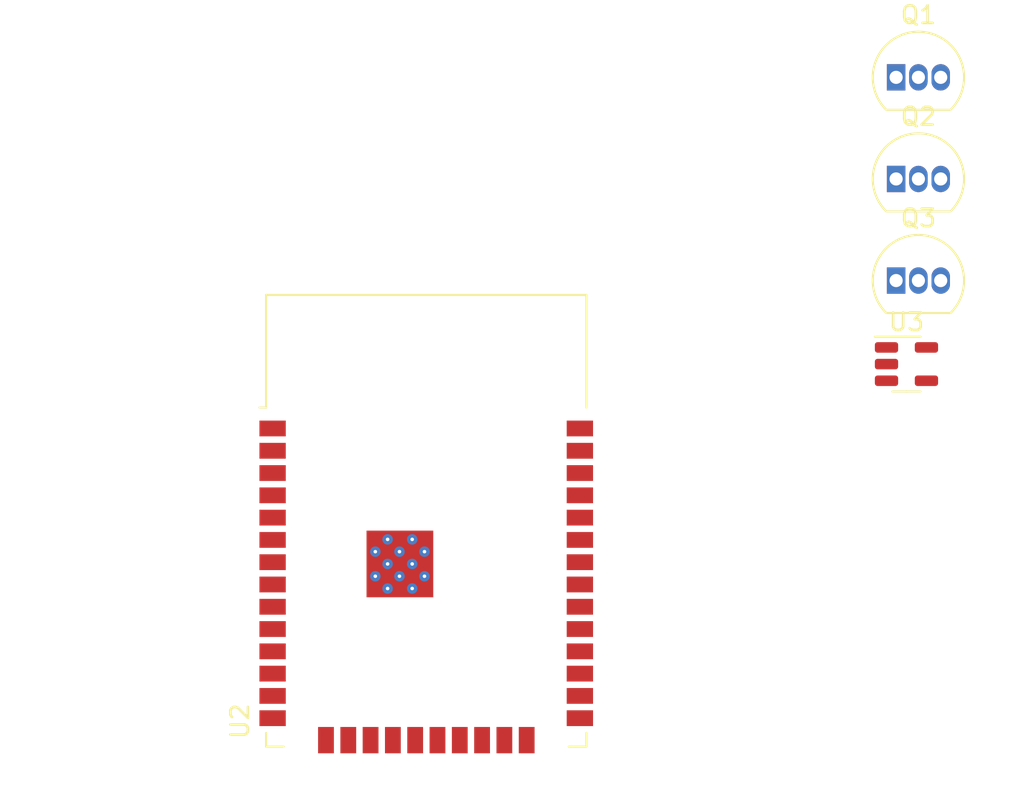
<source format=kicad_pcb>
(kicad_pcb (version 20221018) (generator pcbnew)
  (layers (0 "F.Cu" signal) (31 "B.Cu" signal) (34 "B.Paste" user) (35 "F.Paste" user) (36 "B.SilkS" user "B.Silkscreen") (37 "F.SilkS" user "F.Silkscreen") (38 "B.Mask" user) (39 "F.Mask" user) (44 "Edge.Cuts" user))
  (net 0 "")
  (net 1 "Net-(Q1-C)")
  (net 2 "Net-(Q1-B)")
  (net 3 "Net-(Q1-E)")
  (net 4 "Net-(Q2-C)")
  (net 5 "Net-(Q2-B)")
  (net 6 "Net-(Q2-E)")
  (net 7 "+BATT")
  (net 8 "Net-(Q3-B)")
  (net 9 "Net-(Q3-E)")
  (net 10 "-BATT")
  (net 14 "Net-(U2-IO34)")
  (net 16 "Net-(U2-IO25)")
  (net 43 "Net-(D1-A)")
  (footprint "RF_Module:ESP32-WROOM-32D" (layer "F.Cu") (at 136.03 90.8)
    (fp_text reference "U2" (at -10.61 8.43 90) (layer "F.SilkS"))
    (fp_text value "ESP32-WROOM-32D")
    (fp_line (start -9.12 -15.86) (end -9.12 -9.445) (stroke (width 0.12)) (layer "F.SilkS"))
    (fp_line (start -9.12 -15.86) (end 9.12 -15.86) (stroke (width 0.12)) (layer "F.SilkS"))
    (fp_line (start -9.12 -9.445) (end -9.5 -9.445) (stroke (width 0.12)) (layer "F.SilkS"))
    (fp_line (start -9.12 9.1) (end -9.12 9.88) (stroke (width 0.12)) (layer "F.SilkS"))
    (fp_line (start -9.12 9.88) (end -8.12 9.88) (stroke (width 0.12)) (layer "F.SilkS"))
    (fp_line (start 9.12 -15.86) (end 9.12 -9.445) (stroke (width 0.12)) (layer "F.SilkS"))
    (fp_line (start 9.12 9.1) (end 9.12 9.88) (stroke (width 0.12)) (layer "F.SilkS"))
    (fp_line (start 9.12 9.88) (end 8.12 9.88) (stroke (width 0.12)) (layer "F.SilkS"))
    (pad "1" smd rect (at -8.75 -8.25) (size 1.5 0.9) (layers "F.Cu" "F.Paste" "F.Mask") (net 10 "-BATT"))
    (pad "2" smd rect (at -8.75 -6.98) (size 1.5 0.9) (layers "F.Cu" "F.Paste" "F.Mask") (net 4 "Net-(Q2-C)"))
    (pad "3" smd rect (at -8.75 -5.71) (size 1.5 0.9) (layers "F.Cu" "F.Paste" "F.Mask"))
    (pad "4" smd rect (at -8.75 -4.44) (size 1.5 0.9) (layers "F.Cu" "F.Paste" "F.Mask"))
    (pad "5" smd rect (at -8.75 -3.17) (size 1.5 0.9) (layers "F.Cu" "F.Paste" "F.Mask"))
    (pad "6" smd rect (at -8.75 -1.9) (size 1.5 0.9) (layers "F.Cu" "F.Paste" "F.Mask") (net 14 "Net-(U2-IO34)"))
    (pad "7" smd rect (at -8.75 -0.63) (size 1.5 0.9) (layers "F.Cu" "F.Paste" "F.Mask") (net 2 "Net-(Q1-B)"))
    (pad "8" smd rect (at -8.75 0.64) (size 1.5 0.9) (layers "F.Cu" "F.Paste" "F.Mask"))
    (pad "9" smd rect (at -8.75 1.91) (size 1.5 0.9) (layers "F.Cu" "F.Paste" "F.Mask") (net 6 "Net-(Q2-E)"))
    (pad "10" smd rect (at -8.75 3.18) (size 1.5 0.9) (layers "F.Cu" "F.Paste" "F.Mask") (net 16 "Net-(U2-IO25)"))
    (pad "11" smd rect (at -8.75 4.45) (size 1.5 0.9) (layers "F.Cu" "F.Paste" "F.Mask"))
    (pad "12" smd rect (at -8.75 5.72) (size 1.5 0.9) (layers "F.Cu" "F.Paste" "F.Mask"))
    (pad "13" smd rect (at -8.75 6.99) (size 1.5 0.9) (layers "F.Cu" "F.Paste" "F.Mask"))
    (pad "14" smd rect (at -8.75 8.26) (size 1.5 0.9) (layers "F.Cu" "F.Paste" "F.Mask"))
    (pad "15" smd rect (at -5.71 9.51 90) (size 1.5 0.9) (layers "F.Cu" "F.Paste" "F.Mask") (net 10 "-BATT"))
    (pad "16" smd rect (at -4.44 9.51 90) (size 1.5 0.9) (layers "F.Cu" "F.Paste" "F.Mask"))
    (pad "17" smd rect (at -3.17 9.51 90) (size 1.5 0.9) (layers "F.Cu" "F.Paste" "F.Mask"))
    (pad "18" smd rect (at -1.9 9.51 90) (size 1.5 0.9) (layers "F.Cu" "F.Paste" "F.Mask"))
    (pad "19" smd rect (at -0.63 9.51 90) (size 1.5 0.9) (layers "F.Cu" "F.Paste" "F.Mask"))
    (pad "20" smd rect (at 0.64 9.51 90) (size 1.5 0.9) (layers "F.Cu" "F.Paste" "F.Mask"))
    (pad "21" smd rect (at 1.91 9.51 90) (size 1.5 0.9) (layers "F.Cu" "F.Paste" "F.Mask"))
    (pad "22" smd rect (at 3.18 9.51 90) (size 1.5 0.9) (layers "F.Cu" "F.Paste" "F.Mask"))
    (pad "23" smd rect (at 4.45 9.51 90) (size 1.5 0.9) (layers "F.Cu" "F.Paste" "F.Mask"))
    (pad "24" smd rect (at 5.72 9.51 90) (size 1.5 0.9) (layers "F.Cu" "F.Paste" "F.Mask"))
    (pad "25" smd rect (at 8.75 8.26) (size 1.5 0.9) (layers "F.Cu" "F.Paste" "F.Mask"))
    (pad "26" smd rect (at 8.75 6.99) (size 1.5 0.9) (layers "F.Cu" "F.Paste" "F.Mask"))
    (pad "27" smd rect (at 8.75 5.72) (size 1.5 0.9) (layers "F.Cu" "F.Paste" "F.Mask"))
    (pad "28" smd rect (at 8.75 4.45) (size 1.5 0.9) (layers "F.Cu" "F.Paste" "F.Mask"))
    (pad "29" smd rect (at 8.75 3.18) (size 1.5 0.9) (layers "F.Cu" "F.Paste" "F.Mask"))
    (pad "30" smd rect (at 8.75 1.91) (size 1.5 0.9) (layers "F.Cu" "F.Paste" "F.Mask"))
    (pad "31" smd rect (at 8.75 0.64) (size 1.5 0.9) (layers "F.Cu" "F.Paste" "F.Mask"))
    (pad "32" smd rect (at 8.75 -0.63) (size 1.5 0.9) (layers "F.Cu" "F.Paste" "F.Mask"))
    (pad "33" smd rect (at 8.75 -1.9) (size 1.5 0.9) (layers "F.Cu" "F.Paste" "F.Mask"))
    (pad "34" smd rect (at 8.75 -3.17) (size 1.5 0.9) (layers "F.Cu" "F.Paste" "F.Mask"))
    (pad "35" smd rect (at 8.75 -4.44) (size 1.5 0.9) (layers "F.Cu" "F.Paste" "F.Mask"))
    (pad "36" smd rect (at 8.75 -5.71) (size 1.5 0.9) (layers "F.Cu" "F.Paste" "F.Mask"))
    (pad "37" smd rect (at 8.75 -6.98) (size 1.5 0.9) (layers "F.Cu" "F.Paste" "F.Mask"))
    (pad "38" smd rect (at 8.75 -8.25) (size 1.5 0.9) (layers "F.Cu" "F.Paste" "F.Mask") (net 10 "-BATT"))
    (pad "39" smd rect (at -2.9 -1.93) (size 0.9 0.9) (layers "F.Cu" "F.Paste") (net 10 "-BATT"))
    (pad "39" thru_hole circle (at -2.9 -1.23) (size 0.6 0.6) (drill 0.2) (property pad_prop_heatsink) (layers "*.Cu" "F.Mask") (net 10 "-BATT"))
    (pad "39" smd rect (at -2.9 -0.53) (size 0.9 0.9) (layers "F.Cu" "F.Paste") (net 10 "-BATT"))
    (pad "39" thru_hole circle (at -2.9 0.17) (size 0.6 0.6) (drill 0.2) (property pad_prop_heatsink) (layers "*.Cu" "F.Mask") (net 10 "-BATT"))
    (pad "39" smd rect (at -2.9 0.87) (size 0.9 0.9) (layers "F.Cu" "F.Paste") (net 10 "-BATT"))
    (pad "39" thru_hole circle (at -2.2 -1.93) (size 0.6 0.6) (drill 0.2) (property pad_prop_heatsink) (layers "*.Cu" "F.Mask") (net 10 "-BATT"))
    (pad "39" thru_hole circle (at -2.2 -0.53) (size 0.6 0.6) (drill 0.2) (property pad_prop_heatsink) (layers "*.Cu" "F.Mask") (net 10 "-BATT"))
    (pad "39" thru_hole circle (at -2.2 0.87) (size 0.6 0.6) (drill 0.2) (property pad_prop_heatsink) (layers "*.Cu" "F.Mask") (net 10 "-BATT"))
    (pad "39" thru_hole circle (at -1.525 -1.23) (size 0.6 0.6) (drill 0.2) (property pad_prop_heatsink) (layers "*.Cu" "F.Mask") (net 10 "-BATT"))
    (pad "39" thru_hole circle (at -1.525 0.17) (size 0.6 0.6) (drill 0.2) (property pad_prop_heatsink) (layers "*.Cu" "F.Mask") (net 10 "-BATT"))
    (pad "39" smd rect (at -1.5 -1.93) (size 0.9 0.9) (layers "F.Cu" "F.Paste") (net 10 "-BATT"))
    (pad "39" smd rect (at -1.5 -0.53) (size 0.9 0.9) (layers "F.Cu" "F.Paste") (net 10 "-BATT"))
    (pad "39" smd rect (at -1.5 -0.53) (size 3.8 3.8) (layers "F.Cu" "F.Mask") (net 10 "-BATT"))
    (pad "39" smd rect (at -1.5 0.87) (size 0.9 0.9) (layers "F.Cu" "F.Paste") (net 10 "-BATT"))
    (pad "39" thru_hole circle (at -0.8 -1.93) (size 0.6 0.6) (drill 0.2) (property pad_prop_heatsink) (layers "*.Cu" "F.Mask") (net 10 "-BATT"))
    (pad "39" thru_hole circle (at -0.8 -0.53) (size 0.6 0.6) (drill 0.2) (property pad_prop_heatsink) (layers "*.Cu" "F.Mask") (net 10 "-BATT"))
    (pad "39" thru_hole circle (at -0.8 0.87) (size 0.6 0.6) (drill 0.2) (property pad_prop_heatsink) (layers "*.Cu" "F.Mask") (net 10 "-BATT"))
    (pad "39" smd rect (at -0.1 -1.93) (size 0.9 0.9) (layers "F.Cu" "F.Paste") (net 10 "-BATT"))
    (pad "39" thru_hole circle (at -0.1 -1.23) (size 0.6 0.6) (drill 0.2) (property pad_prop_heatsink) (layers "*.Cu" "F.Mask") (net 10 "-BATT"))
    (pad "39" smd rect (at -0.1 -0.53) (size 0.9 0.9) (layers "F.Cu" "F.Paste") (net 10 "-BATT"))
    (pad "39" thru_hole circle (at -0.1 0.17) (size 0.6 0.6) (drill 0.2) (property pad_prop_heatsink) (layers "*.Cu" "F.Mask") (net 10 "-BATT"))
    (pad "39" smd rect (at -0.1 0.87) (size 0.9 0.9) (layers "F.Cu" "F.Paste") (net 10 "-BATT"))
  )
  (footprint "Package_TO_SOT_SMD:SOT-23-5" (layer "F.Cu") (at 163.38 78.88)
    (fp_text reference "U3" (at 0 -2.4) (layer "F.SilkS"))
    (fp_text value "MCP73831-2-OT")
    (fp_line (start 0 -1.56) (end -1.8 -1.56) (stroke (width 0.12)) (layer "F.SilkS"))
    (fp_line (start 0 -1.56) (end 0.8 -1.56) (stroke (width 0.12)) (layer "F.SilkS"))
    (fp_line (start 0 1.56) (end -0.8 1.56) (stroke (width 0.12)) (layer "F.SilkS"))
    (fp_line (start 0 1.56) (end 0.8 1.56) (stroke (width 0.12)) (layer "F.SilkS"))
    (pad "1" smd roundrect (at -1.1375 -0.95) (size 1.325 0.6) (layers "F.Cu" "F.Paste" "F.Mask") (net 43 "Net-(D1-A)"))
    (pad "2" smd roundrect (at -1.1375 0) (size 1.325 0.6) (layers "F.Cu" "F.Paste" "F.Mask") (net 10 "-BATT"))
    (pad "3" smd roundrect (at -1.1375 0.95) (size 1.325 0.6) (layers "F.Cu" "F.Paste" "F.Mask") (net 7 "+BATT"))
    (pad "4" smd roundrect (at 1.1375 0.95) (size 1.325 0.6) (layers "F.Cu" "F.Paste" "F.Mask") (net 5 "Net-(Q2-B)"))
    (pad "5" smd roundrect (at 1.1375 -0.95) (size 1.325 0.6) (layers "F.Cu" "F.Paste" "F.Mask") (net 1 "Net-(Q1-C)"))
  )
  (footprint "Package_TO_SOT_THT:TO-92_Inline" (layer "F.Cu") (at 162.79 62.54)
    (fp_text reference "Q1" (at 1.27 -3.56) (layer "F.SilkS"))
    (fp_text value "BC550")
    (fp_line (start -0.53 1.85) (end 3.07 1.85) (stroke (width 0.12)) (layer "F.SilkS"))
    (fp_arc (start -0.568478 1.838478) (mid -1.132087 -0.994977) (end 1.27 -2.6) (stroke (width 0.12)) (layer "F.SilkS"))
    (fp_arc (start 1.27 -2.6) (mid 3.672087 -0.994977) (end 3.108478 1.838478) (stroke (width 0.12)) (layer "F.SilkS"))
    (pad "1" thru_hole rect (at 0 0) (size 1.05 1.5) (drill 0.75) (layers "*.Cu" "*.Mask") (net 1 "Net-(Q1-C)"))
    (pad "2" thru_hole oval (at 1.27 0) (size 1.05 1.5) (drill 0.75) (layers "*.Cu" "*.Mask") (net 2 "Net-(Q1-B)"))
    (pad "3" thru_hole oval (at 2.54 0) (size 1.05 1.5) (drill 0.75) (layers "*.Cu" "*.Mask") (net 3 "Net-(Q1-E)"))
  )
  (footprint "Package_TO_SOT_THT:TO-92_Inline" (layer "F.Cu") (at 162.79 74.12)
    (fp_text reference "Q3" (at 1.27 -3.56) (layer "F.SilkS"))
    (fp_text value "BC550")
    (fp_line (start -0.53 1.85) (end 3.07 1.85) (stroke (width 0.12)) (layer "F.SilkS"))
    (fp_arc (start -0.568478 1.838478) (mid -1.132087 -0.994977) (end 1.27 -2.6) (stroke (width 0.12)) (layer "F.SilkS"))
    (fp_arc (start 1.27 -2.6) (mid 3.672087 -0.994977) (end 3.108478 1.838478) (stroke (width 0.12)) (layer "F.SilkS"))
    (pad "1" thru_hole rect (at 0 0) (size 1.05 1.5) (drill 0.75) (layers "*.Cu" "*.Mask") (net 7 "+BATT"))
    (pad "2" thru_hole oval (at 1.27 0) (size 1.05 1.5) (drill 0.75) (layers "*.Cu" "*.Mask") (net 8 "Net-(Q3-B)"))
    (pad "3" thru_hole oval (at 2.54 0) (size 1.05 1.5) (drill 0.75) (layers "*.Cu" "*.Mask") (net 9 "Net-(Q3-E)"))
  )
  (footprint "Package_TO_SOT_THT:TO-92_Inline" (layer "F.Cu") (at 162.79 68.33)
    (fp_text reference "Q2" (at 1.27 -3.56) (layer "F.SilkS"))
    (fp_text value "BC550")
    (fp_line (start -0.53 1.85) (end 3.07 1.85) (stroke (width 0.12)) (layer "F.SilkS"))
    (fp_arc (start -0.568478 1.838478) (mid -1.132087 -0.994977) (end 1.27 -2.6) (stroke (width 0.12)) (layer "F.SilkS"))
    (fp_arc (start 1.27 -2.6) (mid 3.672087 -0.994977) (end 3.108478 1.838478) (stroke (width 0.12)) (layer "F.SilkS"))
    (pad "1" thru_hole rect (at 0 0) (size 1.05 1.5) (drill 0.75) (layers "*.Cu" "*.Mask") (net 4 "Net-(Q2-C)"))
    (pad "2" thru_hole oval (at 1.27 0) (size 1.05 1.5) (drill 0.75) (layers "*.Cu" "*.Mask") (net 5 "Net-(Q2-B)"))
    (pad "3" thru_hole oval (at 2.54 0) (size 1.05 1.5) (drill 0.75) (layers "*.Cu" "*.Mask") (net 6 "Net-(Q2-E)"))
  )
)
</source>
